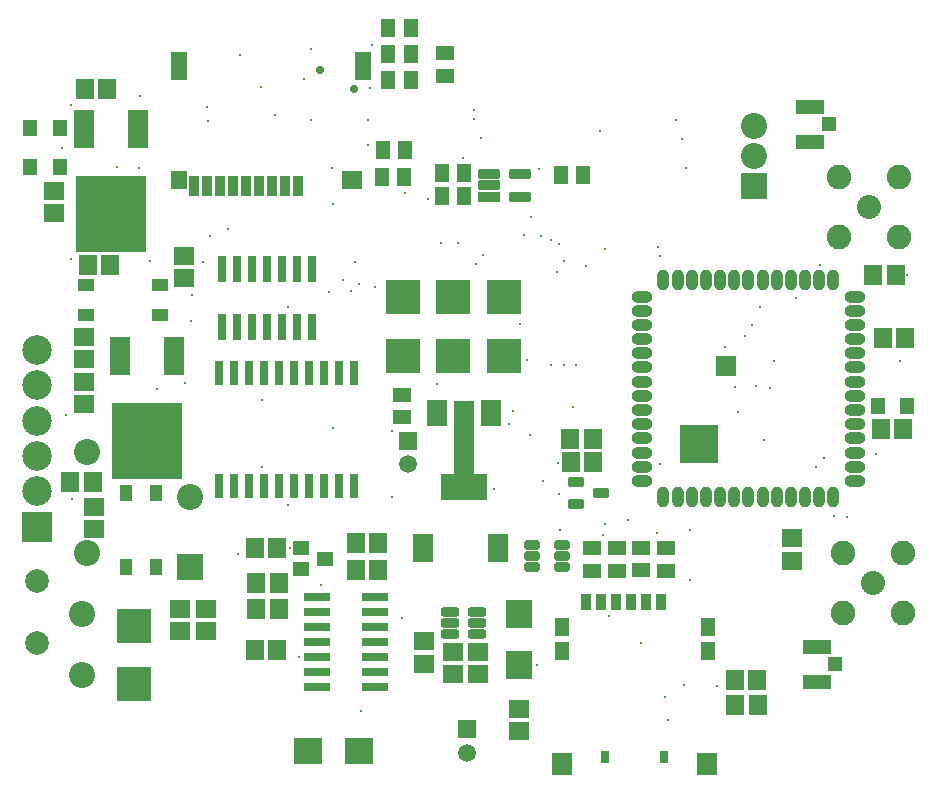
<source format=gbs>
G04 Layer_Color=16711935*
%FSLAX25Y25*%
%MOIN*%
G70*
G01*
G75*
%ADD60C,0.08000*%
%ADD61C,0.08200*%
%ADD120R,0.05918X0.06706*%
%ADD121R,0.06706X0.05918*%
%ADD126R,0.04737X0.06312*%
%ADD127R,0.09147X0.09776*%
%ADD128R,0.05131X0.05721*%
%ADD130R,0.05131X0.06312*%
%ADD137R,0.06312X0.04737*%
%ADD154C,0.08674*%
%ADD155R,0.08674X0.08674*%
%ADD156C,0.09855*%
%ADD157R,0.09855X0.09855*%
%ADD158C,0.05918*%
%ADD159R,0.05918X0.05918*%
%ADD160C,0.07887*%
%ADD161R,0.08674X0.08674*%
%ADD162C,0.01181*%
%ADD163C,0.02768*%
G04:AMPARAMS|DCode=164|XSize=55.64mil|YSize=30.84mil|CornerRadius=6.85mil|HoleSize=0mil|Usage=FLASHONLY|Rotation=180.000|XOffset=0mil|YOffset=0mil|HoleType=Round|Shape=RoundedRectangle|*
%AMROUNDEDRECTD164*
21,1,0.05564,0.01713,0,0,180.0*
21,1,0.04193,0.03084,0,0,180.0*
1,1,0.01371,-0.02097,0.00856*
1,1,0.01371,0.02097,0.00856*
1,1,0.01371,0.02097,-0.00856*
1,1,0.01371,-0.02097,-0.00856*
%
%ADD164ROUNDEDRECTD164*%
%ADD165R,0.05524X0.09461*%
%ADD166R,0.05524X0.06312*%
%ADD167R,0.07099X0.06312*%
%ADD168R,0.03556X0.07099*%
%ADD169R,0.09776X0.09147*%
G04:AMPARAMS|DCode=170|XSize=56.42mil|YSize=31.62mil|CornerRadius=6.95mil|HoleSize=0mil|Usage=FLASHONLY|Rotation=0.000|XOffset=0mil|YOffset=0mil|HoleType=Round|Shape=RoundedRectangle|*
%AMROUNDEDRECTD170*
21,1,0.05642,0.01772,0,0,0.0*
21,1,0.04252,0.03162,0,0,0.0*
1,1,0.01391,0.02126,-0.00886*
1,1,0.01391,-0.02126,-0.00886*
1,1,0.01391,-0.02126,0.00886*
1,1,0.01391,0.02126,0.00886*
%
%ADD170ROUNDEDRECTD170*%
%ADD171R,0.05131X0.04934*%
%ADD172R,0.09658X0.05131*%
%ADD173R,0.02800X0.08600*%
%ADD174O,0.03950X0.07099*%
%ADD175O,0.07099X0.03950*%
%ADD176R,0.12611X0.12611*%
%ADD177R,0.06706X0.06706*%
%ADD178R,0.11599X0.11824*%
%ADD179R,0.06706X0.26391*%
%ADD180R,0.15761X0.08674*%
%ADD181R,0.06706X0.08674*%
%ADD182R,0.06706X0.08674*%
G04:AMPARAMS|DCode=183|XSize=74.93mil|YSize=33.59mil|CornerRadius=10.4mil|HoleSize=0mil|Usage=FLASHONLY|Rotation=0.000|XOffset=0mil|YOffset=0mil|HoleType=Round|Shape=RoundedRectangle|*
%AMROUNDEDRECTD183*
21,1,0.07493,0.01279,0,0,0.0*
21,1,0.05413,0.03359,0,0,0.0*
1,1,0.02080,0.02707,-0.00640*
1,1,0.02080,-0.02707,-0.00640*
1,1,0.02080,-0.02707,0.00640*
1,1,0.02080,0.02707,0.00640*
%
%ADD183ROUNDEDRECTD183*%
%ADD184R,0.07493X0.03359*%
%ADD185R,0.23635X0.25210*%
%ADD186R,0.07099X0.12611*%
%ADD187R,0.03359X0.05328*%
%ADD188R,0.04737X0.05918*%
%ADD189R,0.07099X0.07493*%
%ADD190R,0.02926X0.03950*%
%ADD191R,0.05300X0.04800*%
%ADD192R,0.08600X0.02800*%
%ADD193R,0.02900X0.07900*%
%ADD194R,0.06706X0.09461*%
G04:AMPARAMS|DCode=195|XSize=61.94mil|YSize=31.23mil|CornerRadius=9.81mil|HoleSize=0mil|Usage=FLASHONLY|Rotation=180.000|XOffset=0mil|YOffset=0mil|HoleType=Round|Shape=RoundedRectangle|*
%AMROUNDEDRECTD195*
21,1,0.06194,0.01161,0,0,180.0*
21,1,0.04232,0.03123,0,0,180.0*
1,1,0.01961,-0.02116,0.00581*
1,1,0.01961,0.02116,0.00581*
1,1,0.01961,0.02116,-0.00581*
1,1,0.01961,-0.02116,-0.00581*
%
%ADD195ROUNDEDRECTD195*%
%ADD196R,0.03950X0.05524*%
%ADD197R,0.05524X0.03950*%
%ADD198R,0.05859X0.06587*%
D60*
X375197Y376279D02*
D03*
X376614Y251122D02*
D03*
D61*
X385197Y386280D02*
D03*
X365197D02*
D03*
Y366280D02*
D03*
X385197D02*
D03*
X386614Y261122D02*
D03*
X366614D02*
D03*
Y241122D02*
D03*
X386614D02*
D03*
D120*
X178543Y250984D02*
D03*
X171063D02*
D03*
X338189Y210433D02*
D03*
X330709D02*
D03*
X338090Y218504D02*
D03*
X330610D02*
D03*
X178543Y242323D02*
D03*
X171063D02*
D03*
X170669Y228740D02*
D03*
X178150D02*
D03*
X204232Y255413D02*
D03*
X211713D02*
D03*
X204232Y264370D02*
D03*
X211713D02*
D03*
X170669Y262697D02*
D03*
X178150D02*
D03*
X114862Y356988D02*
D03*
X122343D02*
D03*
X113976Y415650D02*
D03*
X121457D02*
D03*
X116634Y284547D02*
D03*
X109153D02*
D03*
X275787Y299016D02*
D03*
X283268D02*
D03*
X275886Y291339D02*
D03*
X283366D02*
D03*
X386713Y302165D02*
D03*
X379232D02*
D03*
X387402Y332677D02*
D03*
X379921D02*
D03*
D121*
X258563Y209055D02*
D03*
Y201575D02*
D03*
X236516Y220571D02*
D03*
Y228051D02*
D03*
X244882Y228051D02*
D03*
Y220571D02*
D03*
X226969Y224114D02*
D03*
Y231594D02*
D03*
X146850Y360039D02*
D03*
Y352559D02*
D03*
X103543Y374213D02*
D03*
Y381693D02*
D03*
X145571Y234842D02*
D03*
Y242323D02*
D03*
X154232Y234842D02*
D03*
Y242323D02*
D03*
X113779Y310630D02*
D03*
Y318110D02*
D03*
Y333071D02*
D03*
Y325591D02*
D03*
X117126Y276378D02*
D03*
Y268898D02*
D03*
X349508Y258366D02*
D03*
Y265846D02*
D03*
D126*
X280020Y387106D02*
D03*
X272539D02*
D03*
X215059Y418504D02*
D03*
X222539D02*
D03*
X215158Y427461D02*
D03*
X222638D02*
D03*
X215158Y435827D02*
D03*
X222638D02*
D03*
X232972Y387795D02*
D03*
X240453D02*
D03*
X232874Y380118D02*
D03*
X240354D02*
D03*
D127*
X258661Y240709D02*
D03*
Y223661D02*
D03*
D128*
X105512Y389665D02*
D03*
X95669D02*
D03*
X105610Y402756D02*
D03*
X95768D02*
D03*
X388090Y309941D02*
D03*
X378248D02*
D03*
D130*
X220669Y395374D02*
D03*
X213189D02*
D03*
X212894Y386319D02*
D03*
X220374D02*
D03*
D137*
X233957Y420079D02*
D03*
Y427559D02*
D03*
X219685Y306299D02*
D03*
Y313779D02*
D03*
X299410Y262697D02*
D03*
Y255217D02*
D03*
X282874Y255118D02*
D03*
Y262598D02*
D03*
X307579Y255118D02*
D03*
Y262598D02*
D03*
X291240Y255118D02*
D03*
Y262598D02*
D03*
D154*
X113091Y240650D02*
D03*
Y220177D02*
D03*
X336910Y393406D02*
D03*
Y403406D02*
D03*
X114665Y294783D02*
D03*
Y260925D02*
D03*
X148917Y279823D02*
D03*
D155*
X336910Y383405D02*
D03*
D156*
X98122Y328748D02*
D03*
Y281504D02*
D03*
Y293315D02*
D03*
Y305126D02*
D03*
Y316937D02*
D03*
D157*
Y269693D02*
D03*
D158*
X241437Y194488D02*
D03*
X221654Y290551D02*
D03*
D159*
X241437Y202362D02*
D03*
X221654Y298425D02*
D03*
D160*
X97835Y251575D02*
D03*
Y231102D02*
D03*
D161*
X148917Y256201D02*
D03*
D162*
X106398Y396063D02*
D03*
X205906Y208268D02*
D03*
X208349Y405423D02*
D03*
X208465Y397047D02*
D03*
X385630Y324902D02*
D03*
X107776Y306890D02*
D03*
X109746Y279136D02*
D03*
X219783Y239370D02*
D03*
X307283Y213090D02*
D03*
X202559Y348327D02*
D03*
X228445Y379134D02*
D03*
X196653Y377264D02*
D03*
X181595Y343012D02*
D03*
X177461Y406988D02*
D03*
X244390Y357185D02*
D03*
X109350Y358858D02*
D03*
X196457Y389469D02*
D03*
X153347Y358071D02*
D03*
X333850Y333161D02*
D03*
X327461Y329528D02*
D03*
X295079Y272146D02*
D03*
X208957Y416043D02*
D03*
X265354Y389075D02*
D03*
X262671Y373124D02*
D03*
X273819Y358268D02*
D03*
X266043Y366535D02*
D03*
X312992Y399016D02*
D03*
X255315Y304134D02*
D03*
X271161Y354724D02*
D03*
X258858Y337205D02*
D03*
X238386Y364469D02*
D03*
X287205Y362402D02*
D03*
X245965Y399410D02*
D03*
X269291Y365354D02*
D03*
X260236Y367126D02*
D03*
X200000Y351969D02*
D03*
X246555Y360433D02*
D03*
X314173Y389370D02*
D03*
X311122Y405315D02*
D03*
X272047Y363976D02*
D03*
X304921Y362992D02*
D03*
X305512Y359842D02*
D03*
X280906Y356791D02*
D03*
X172736Y416240D02*
D03*
X189370Y405315D02*
D03*
X363681Y273425D02*
D03*
X368110Y273031D02*
D03*
X305610Y290551D02*
D03*
X336221Y337106D02*
D03*
X357776Y289764D02*
D03*
X360335Y292815D02*
D03*
X342224Y316043D02*
D03*
X337598Y316732D02*
D03*
X273819Y323819D02*
D03*
X277559D02*
D03*
X350984Y345866D02*
D03*
X216339Y279724D02*
D03*
X272146Y280610D02*
D03*
X196752Y302559D02*
D03*
X299311Y230906D02*
D03*
X308169Y205217D02*
D03*
X250394Y282382D02*
D03*
X216339Y301772D02*
D03*
X272244Y268701D02*
D03*
X288779Y240059D02*
D03*
X264567Y223721D02*
D03*
X262402Y300197D02*
D03*
X286811Y266831D02*
D03*
X315551Y251969D02*
D03*
X173031Y312008D02*
D03*
X324803Y216732D02*
D03*
X313583Y216831D02*
D03*
X338878Y343012D02*
D03*
X192520Y250394D02*
D03*
X195472Y348130D02*
D03*
X173130Y289567D02*
D03*
X276575Y309547D02*
D03*
X377756Y294094D02*
D03*
X304724Y267520D02*
D03*
X149409Y338386D02*
D03*
X340354Y298622D02*
D03*
X149606Y347146D02*
D03*
X185335Y226279D02*
D03*
X315748Y268602D02*
D03*
X220669Y380906D02*
D03*
X181496Y276969D02*
D03*
X182382Y262795D02*
D03*
X147441Y317815D02*
D03*
X137992Y315650D02*
D03*
X155610Y366732D02*
D03*
X165059Y260728D02*
D03*
X266732Y285138D02*
D03*
X232677Y364469D02*
D03*
X256791Y308366D02*
D03*
X359154Y356988D02*
D03*
X231201Y317421D02*
D03*
X269390Y323819D02*
D03*
X261319Y325197D02*
D03*
X240158Y392618D02*
D03*
X387894Y353642D02*
D03*
X343504Y324902D02*
D03*
X330512Y316240D02*
D03*
X204035Y357874D02*
D03*
X210630Y349705D02*
D03*
X205217Y350590D02*
D03*
X271752Y291142D02*
D03*
X287303Y270768D02*
D03*
X331693Y307972D02*
D03*
X109252Y410433D02*
D03*
X124803Y389665D02*
D03*
X131988Y389469D02*
D03*
X161516Y368996D02*
D03*
X135630Y358268D02*
D03*
X132382Y413484D02*
D03*
X165496Y427067D02*
D03*
X154528Y409744D02*
D03*
X154921Y405020D02*
D03*
X189272Y428839D02*
D03*
X209646Y430315D02*
D03*
X187106Y418898D02*
D03*
X243602Y405807D02*
D03*
X243516Y408583D02*
D03*
X285531Y401673D02*
D03*
D163*
X203642Y415650D02*
D03*
X192224Y421850D02*
D03*
D164*
X263071Y263681D02*
D03*
Y259941D02*
D03*
Y256201D02*
D03*
X272953D02*
D03*
Y259941D02*
D03*
Y263681D02*
D03*
D165*
X145472Y423228D02*
D03*
X206496D02*
D03*
D166*
X145472Y385433D02*
D03*
D167*
X202953D02*
D03*
D168*
X184843Y383465D02*
D03*
X180512D02*
D03*
X176181D02*
D03*
X171850D02*
D03*
X167520D02*
D03*
X163189D02*
D03*
X158858D02*
D03*
X154528D02*
D03*
X150197D02*
D03*
D169*
X205374Y194882D02*
D03*
X188327D02*
D03*
D170*
X286063Y280906D02*
D03*
X277716Y284646D02*
D03*
Y277165D02*
D03*
D171*
X361910Y403937D02*
D03*
X364075Y223917D02*
D03*
D172*
X355807Y398130D02*
D03*
Y409744D02*
D03*
X357972Y229724D02*
D03*
Y218110D02*
D03*
D173*
X159803Y355566D02*
D03*
X164803D02*
D03*
X169803D02*
D03*
X174803D02*
D03*
X179803D02*
D03*
X184803D02*
D03*
X189803D02*
D03*
Y336166D02*
D03*
X184803D02*
D03*
X179803D02*
D03*
X174803D02*
D03*
X169803D02*
D03*
X164803D02*
D03*
X159803D02*
D03*
D174*
X363484Y279528D02*
D03*
X358760D02*
D03*
X354035D02*
D03*
X349311D02*
D03*
X344587D02*
D03*
X339862D02*
D03*
X335138D02*
D03*
X330413D02*
D03*
X325689D02*
D03*
X320965D02*
D03*
X316240D02*
D03*
X311516D02*
D03*
X306791D02*
D03*
X363484Y351969D02*
D03*
X358760D02*
D03*
X354035D02*
D03*
X349311D02*
D03*
X344587D02*
D03*
X339862D02*
D03*
X335138D02*
D03*
X330413D02*
D03*
X325689D02*
D03*
X320965D02*
D03*
X316240D02*
D03*
X311516D02*
D03*
X306791D02*
D03*
D175*
X370571Y285039D02*
D03*
Y289764D02*
D03*
Y294488D02*
D03*
Y299213D02*
D03*
Y303937D02*
D03*
Y308661D02*
D03*
Y313386D02*
D03*
Y318110D02*
D03*
Y322835D02*
D03*
Y327559D02*
D03*
Y332283D02*
D03*
Y337008D02*
D03*
Y341732D02*
D03*
Y346457D02*
D03*
X299705Y285039D02*
D03*
Y289764D02*
D03*
Y294488D02*
D03*
Y299213D02*
D03*
Y303937D02*
D03*
Y308661D02*
D03*
Y313386D02*
D03*
Y318110D02*
D03*
Y322835D02*
D03*
Y327559D02*
D03*
Y332283D02*
D03*
Y337008D02*
D03*
Y341732D02*
D03*
Y346457D02*
D03*
D176*
X318602Y297244D02*
D03*
D177*
X327658Y323228D02*
D03*
D178*
X130217Y236811D02*
D03*
Y217224D02*
D03*
X219980Y326772D02*
D03*
Y346358D02*
D03*
X236516Y346260D02*
D03*
Y326673D02*
D03*
X253642Y326772D02*
D03*
Y346358D02*
D03*
D179*
X240256Y298819D02*
D03*
D180*
Y282874D02*
D03*
D181*
X231201Y307677D02*
D03*
D182*
X249311D02*
D03*
D183*
X248819Y383563D02*
D03*
Y387303D02*
D03*
X259055D02*
D03*
Y379823D02*
D03*
D184*
X248819D02*
D03*
D185*
X122539Y374114D02*
D03*
X134547Y298425D02*
D03*
D186*
X113543Y402382D02*
D03*
X131535D02*
D03*
X125551Y326693D02*
D03*
X143543D02*
D03*
D187*
X286004Y244764D02*
D03*
X296004D02*
D03*
X306004D02*
D03*
X281004D02*
D03*
X291004D02*
D03*
X301004D02*
D03*
D188*
X272835Y236221D02*
D03*
Y228346D02*
D03*
X321535D02*
D03*
Y236221D02*
D03*
D189*
X273071Y190709D02*
D03*
X321299D02*
D03*
D190*
X306850Y192992D02*
D03*
X287480D02*
D03*
D191*
X194059Y259154D02*
D03*
X186059Y262653D02*
D03*
Y255654D02*
D03*
D192*
X191186Y216398D02*
D03*
Y221398D02*
D03*
Y226398D02*
D03*
Y231398D02*
D03*
Y236398D02*
D03*
Y241398D02*
D03*
Y246398D02*
D03*
X210586D02*
D03*
Y241398D02*
D03*
Y236398D02*
D03*
Y231398D02*
D03*
Y226398D02*
D03*
Y221398D02*
D03*
Y216398D02*
D03*
D193*
X158504Y283464D02*
D03*
X163504D02*
D03*
X168504D02*
D03*
X173504D02*
D03*
X178504D02*
D03*
X183504D02*
D03*
X188504D02*
D03*
X193504D02*
D03*
X198504D02*
D03*
X203504D02*
D03*
Y321064D02*
D03*
X198504D02*
D03*
X193504D02*
D03*
X188504D02*
D03*
X183504D02*
D03*
X178504D02*
D03*
X173504D02*
D03*
X168504D02*
D03*
X163504D02*
D03*
X158504D02*
D03*
D194*
X251575Y262500D02*
D03*
X226772D02*
D03*
D195*
X244764Y241339D02*
D03*
Y237598D02*
D03*
Y233858D02*
D03*
X235551D02*
D03*
Y237598D02*
D03*
Y241339D02*
D03*
D196*
X127657Y256299D02*
D03*
X137697D02*
D03*
X127657Y280906D02*
D03*
X137697D02*
D03*
D197*
X114272Y350492D02*
D03*
Y340453D02*
D03*
X138878Y350492D02*
D03*
Y340453D02*
D03*
D198*
X376575Y353740D02*
D03*
X384236D02*
D03*
M02*

</source>
